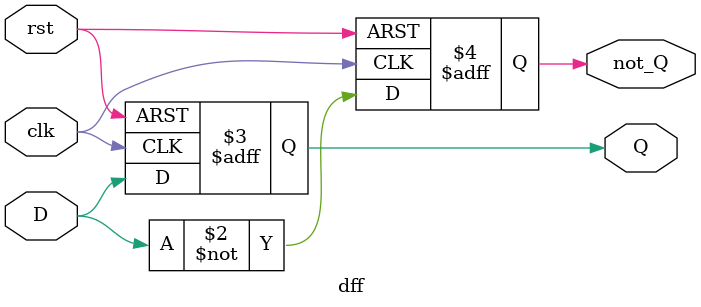
<source format=v>
module dff (
    input clk,
    input rst,
    input D,
    output reg Q,
    output reg not_Q
);

    always @(posedge clk or posedge rst) begin
        if (rst) begin
            Q <= 0;
            not_Q <= 0;
        end
        else begin
            Q <= D;
            not_Q <= ~D;
        end
    end
endmodule

</source>
